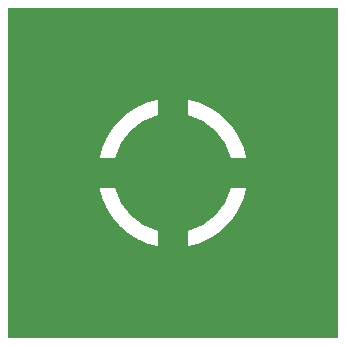
<source format=gbr>
%FSLAX34Y34*%
%MOIN*%
%AMTHERMAL*7,0,0,0.5,0.4,0.1,0*%
%ADD10THERMAL*%
%ADD11R,1.1X1.1*%
%LPD*%
D11*
X0Y0D03*
%LPC*%
D10*
X0Y0D03*
M02*

</source>
